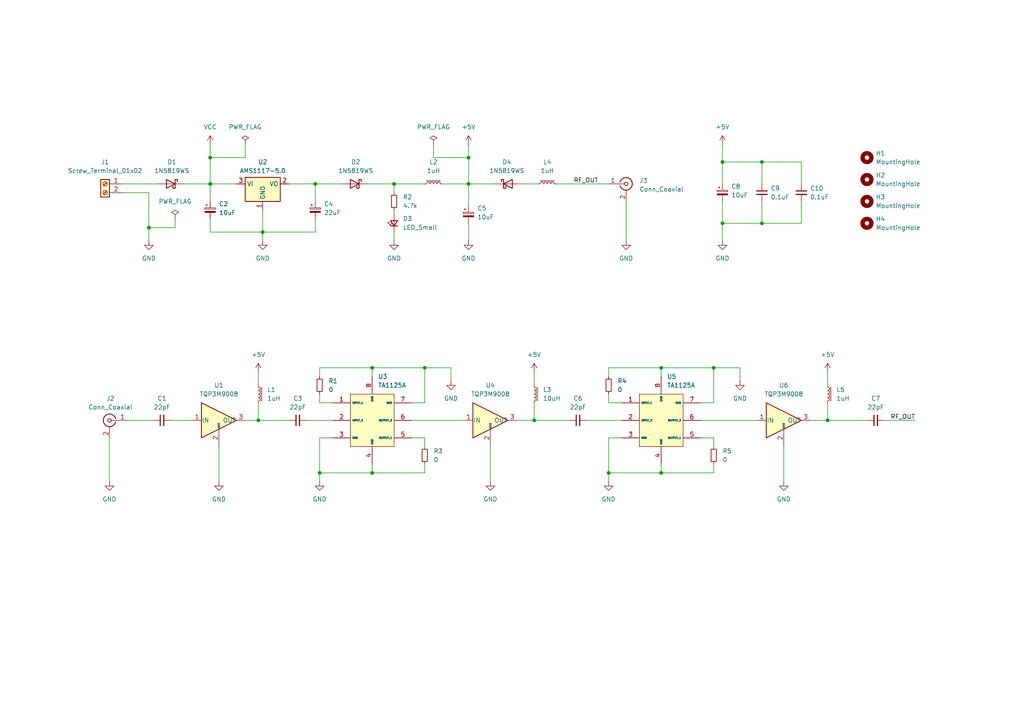
<source format=kicad_sch>
(kicad_sch (version 20231120) (generator "eeschema") (generator_version "8.0")
  (paper "A4")
  (lib_symbols
    (symbol "Connector:Conn_Coaxial" (pin_names (offset 1.016) hide)
      (property "Reference" "J" (at 0.254 3.048 0))
      (property "Value" "Conn_Coaxial" (at 2.921 0 90))
      (symbol "Conn_Coaxial_0_1"
        (arc (start -1.778 -0.508) (mid 0.2311 -1.8066) (end 1.778 0) (stroke (width 0.254)))
        (polyline (pts (xy -2.54 0) (xy -0.508 0)))
        (polyline (pts (xy 0 -2.54) (xy 0 -1.778)))
        (circle (center 0 0) (radius 0.508) (stroke (width 0.2032)))
        (arc (start 1.778 0) (mid 0.2099 1.8101) (end -1.778 0.508) (stroke (width 0.254)))
      )
      (symbol "Conn_Coaxial_1_1"
        (pin passive line (at -5.08 0 0) (length 2.54) (name "In") (number "1"))
        (pin passive line (at 0 -5.08 90) (length 2.54) (name "Ext") (number "2"))
      )
    )
    (symbol "Connector:Screw_Terminal_01x02" (pin_names (offset 1.016) hide)
      (property "Reference" "J" (at 0 2.54 0))
      (property "Value" "Screw_Terminal_01x02" (at 0 -5.08 0))
      (symbol "Screw_Terminal_01x02_1_1"
        (rectangle (start -1.27 1.27) (end 1.27 -3.81) (stroke (width 0.254)) (fill (type background)))
        (circle (center 0 -2.54) (radius 0.635) (stroke (width 0.1524)))
        (polyline (pts (xy -0.5334 -2.2098) (xy 0.3302 -3.048)) (stroke (width 0.1524)))
        (polyline (pts (xy -0.5334 0.3302) (xy 0.3302 -0.508)) (stroke (width 0.1524)))
        (polyline (pts (xy -0.3556 -2.032) (xy 0.508 -2.8702)) (stroke (width 0.1524)))
        (polyline (pts (xy -0.3556 0.508) (xy 0.508 -0.3302)) (stroke (width 0.1524)))
        (circle (center 0 0) (radius 0.635) (stroke (width 0.1524)))
        (pin passive line (at -5.08 0 0) (length 3.81) (name "Pin_1") (number "1"))
        (pin passive line (at -5.08 -2.54 0) (length 3.81) (name "Pin_2") (number "2"))
      )
    )
    (symbol "Device:C_Polarized_Small" (pin_numbers hide) (pin_names (offset 0.254) hide)
      (property "Reference" "C" (at 0.254 1.778 0))
      (property "Value" "C_Polarized_Small" (at 0.254 -2.032 0))
      (symbol "C_Polarized_Small_0_1"
        (rectangle (start -1.524 -0.3048) (end 1.524 -0.6858) (fill (type outline)))
        (rectangle (start -1.524 0.6858) (end 1.524 0.3048))
        (polyline (pts (xy -1.27 1.524) (xy -0.762 1.524)))
        (polyline (pts (xy -1.016 1.27) (xy -1.016 1.778)))
      )
      (symbol "C_Polarized_Small_1_1"
        (pin passive line (at 0 2.54 270) (length 1.8542) (name "~") (number "1"))
        (pin passive line (at 0 -2.54 90) (length 1.8542) (name "~") (number "2"))
      )
    )
    (symbol "Device:C_Small" (pin_numbers hide) (pin_names (offset 0.254) hide)
      (property "Reference" "C" (at 0.254 1.778 0))
      (property "Value" "C_Small" (at 0.254 -2.032 0))
      (symbol "C_Small_0_1"
        (polyline (pts (xy -1.524 -0.508) (xy 1.524 -0.508)) (stroke (width 0.3302)))
        (polyline (pts (xy -1.524 0.508) (xy 1.524 0.508)) (stroke (width 0.3048)))
      )
      (symbol "C_Small_1_1"
        (pin passive line (at 0 2.54 270) (length 2.032) (name "~") (number "1"))
        (pin passive line (at 0 -2.54 90) (length 2.032) (name "~") (number "2"))
      )
    )
    (symbol "Device:LED_Small" (pin_numbers hide) (pin_names (offset 0.254) hide)
      (property "Reference" "D" (at -1.27 3.175 0))
      (property "Value" "LED_Small" (at -4.445 -2.54 0))
      (symbol "LED_Small_0_1"
        (polyline (pts (xy -0.762 -1.016) (xy -0.762 1.016)) (stroke (width 0.254)))
        (polyline (pts (xy 1.016 0) (xy -0.762 0)))
        (polyline (pts (xy 0.762 -1.016) (xy -0.762 0) (xy 0.762 1.016) (xy 0.762 -1.016)) (stroke (width 0.254)))
        (polyline (pts (xy 0 0.762) (xy -0.508 1.27) (xy -0.254 1.27) (xy -0.508 1.27) (xy -0.508 1.016)))
        (polyline (pts (xy 0.508 1.27) (xy 0 1.778) (xy 0.254 1.778) (xy 0 1.778) (xy 0 1.524)))
      )
      (symbol "LED_Small_1_1"
        (pin passive line (at -2.54 0 0) (length 1.778) (name "K") (number "1"))
        (pin passive line (at 2.54 0 180) (length 1.778) (name "A") (number "2"))
      )
    )
    (symbol "Device:L_Ferrite_Small" (pin_numbers hide) (pin_names (offset 0.254) hide)
      (property "Reference" "L" (at 1.27 1.016 0))
      (property "Value" "L_Ferrite_Small" (at 1.27 -1.27 0))
      (symbol "L_Ferrite_Small_0_1"
        (arc (start 0 -2.032) (mid 0.5058 -1.524) (end 0 -1.016))
        (arc (start 0 -1.016) (mid 0.5058 -0.508) (end 0 0))
        (polyline (pts (xy 0.762 -1.905) (xy 0.762 -1.651)))
        (polyline (pts (xy 0.762 -1.397) (xy 0.762 -1.143)))
        (polyline (pts (xy 0.762 -0.889) (xy 0.762 -0.635)))
        (polyline (pts (xy 0.762 -0.381) (xy 0.762 -0.127)))
        (polyline (pts (xy 0.762 0.127) (xy 0.762 0.381)))
        (polyline (pts (xy 0.762 0.635) (xy 0.762 0.889)))
        (polyline (pts (xy 0.762 1.143) (xy 0.762 1.397)))
        (polyline (pts (xy 0.762 1.651) (xy 0.762 1.905)))
        (polyline (pts (xy 1.016 -1.651) (xy 1.016 -1.905)))
        (polyline (pts (xy 1.016 -1.143) (xy 1.016 -1.397)))
        (polyline (pts (xy 1.016 -0.635) (xy 1.016 -0.889)))
        (polyline (pts (xy 1.016 -0.127) (xy 1.016 -0.381)))
        (polyline (pts (xy 1.016 0.381) (xy 1.016 0.127)))
        (polyline (pts (xy 1.016 0.889) (xy 1.016 0.635)))
        (polyline (pts (xy 1.016 1.397) (xy 1.016 1.143)))
        (polyline (pts (xy 1.016 1.905) (xy 1.016 1.651)))
        (arc (start 0 0) (mid 0.5058 0.508) (end 0 1.016))
        (arc (start 0 1.016) (mid 0.5058 1.524) (end 0 2.032))
      )
      (symbol "L_Ferrite_Small_1_1"
        (pin passive line (at 0 2.54 270) (length 0.508) (name "~") (number "1"))
        (pin passive line (at 0 -2.54 90) (length 0.508) (name "~") (number "2"))
      )
    )
    (symbol "Device:R_Small" (pin_numbers hide) (pin_names (offset 0.254) hide)
      (property "Reference" "R" (at 0.762 0.508 0))
      (property "Value" "R_Small" (at 0.762 -1.016 0))
      (symbol "R_Small_0_1"
        (rectangle (start -0.762 1.778) (end 0.762 -1.778) (stroke (width 0.2032)))
      )
      (symbol "R_Small_1_1"
        (pin passive line (at 0 2.54 270) (length 0.762) (name "~") (number "1"))
        (pin passive line (at 0 -2.54 90) (length 0.762) (name "~") (number "2"))
      )
    )
    (symbol "Diode:1N5819WS" (pin_numbers hide) (pin_names (offset 1.016) hide)
      (property "Reference" "D" (at 0 2.54 0))
      (property "Value" "1N5819WS" (at 0 -2.54 0))
      (symbol "1N5819WS_0_1"
        (polyline (pts (xy 1.27 0) (xy -1.27 0)))
        (polyline (pts (xy 1.27 1.27) (xy 1.27 -1.27) (xy -1.27 0) (xy 1.27 1.27)) (stroke (width 0.254)))
        (polyline (pts (xy -1.905 0.635) (xy -1.905 1.27) (xy -1.27 1.27) (xy -1.27 -1.27) (xy -0.635 -1.27) (xy -0.635 -0.635)) (stroke (width 0.254)))
      )
      (symbol "1N5819WS_1_1"
        (pin passive line (at -3.81 0 0) (length 2.54) (name "K") (number "1"))
        (pin passive line (at 3.81 0 180) (length 2.54) (name "A") (number "2"))
      )
    )
    (symbol "LNA1690:TA1125A"
      (property "Reference" "U" (at 0 0 0))
      (property "Value" "TA1125A" (at 0 0 0))
      (symbol "TA1125A_1_1"
        (rectangle (start -6.35 7.62) (end 6.35 -7.62) (fill (type background)))
        (pin input line (at -11.43 5.08 0) (length 5.08) (name "INPUT_1") (number "1"))
        (pin input line (at -11.43 0 0) (length 5.08) (name "INPUT_2") (number "2"))
        (pin power_in line (at -11.43 -5.08 0) (length 5.08) (name "GND") (number "3"))
        (pin power_in line (at 0 -12.7 90) (length 5.08) (name "GND") (number "4"))
        (pin output line (at 11.43 -5.08 180) (length 5.08) (name "OUTPUT_1") (number "5"))
        (pin output line (at 11.43 0 180) (length 5.08) (name "OUTPUT_2") (number "6"))
        (pin power_in line (at 11.43 5.08 180) (length 5.08) (name "GND") (number "7"))
        (pin power_in line (at 0 12.7 270) (length 5.08) (name "GND") (number "8"))
      )
    )
    (symbol "LNA1690:TQP3M9008" (pin_names (offset 0.127))
      (property "Reference" "U" (at 1.27 6.35 0))
      (property "Value" "TQP3M9008" (at 1.27 3.81 0))
      (symbol "TQP3M9008_0_1"
        (polyline (pts (xy -5.08 5.08) (xy 5.08 0) (xy -5.08 -5.08) (xy -5.08 5.08)) (stroke (width 0.254)) (fill (type background)))
      )
      (symbol "TQP3M9008_1_1"
        (pin input line (at -7.62 0 0) (length 2.54) (name "IN") (number "1"))
        (pin power_in line (at 0 -7.62 90) (length 5.08) (name "GND") (number "2"))
        (pin output line (at 7.62 0 180) (length 2.54) (name "OUT") (number "3"))
      )
    )
    (symbol "Mechanical:MountingHole" (pin_names (offset 1.016)) (exclude_from_sim yes) (in_bom no)
      (property "Reference" "H" (at 0 5.08 0))
      (property "Value" "MountingHole" (at 0 3.175 0))
      (symbol "MountingHole_0_1"
        (circle (center 0 0) (radius 1.27) (stroke (width 1.27)))
      )
    )
    (symbol "Regulator_Linear:AMS1117-5.0"
      (property "Reference" "U" (at -3.81 3.175 0))
      (property "Value" "AMS1117-5.0" (at 0 3.175 0))
      (symbol "AMS1117-5.0_0_1"
        (rectangle (start -5.08 -5.08) (end 5.08 1.905) (stroke (width 0.254)) (fill (type background)))
      )
      (symbol "AMS1117-5.0_1_1"
        (pin power_in line (at 0 -7.62 90) (length 2.54) (name "GND") (number "1"))
        (pin power_out line (at 7.62 0 180) (length 2.54) (name "VO") (number "2"))
        (pin power_in line (at -7.62 0 0) (length 2.54) (name "VI") (number "3"))
      )
    )
    (symbol "power:+5V" (power) (pin_numbers hide) (pin_names (offset 0) hide)
      (property "Value" "+5V" (at 0 3.556 0))
      (symbol "+5V_0_1"
        (polyline (pts (xy -0.762 1.27) (xy 0 2.54)))
        (polyline (pts (xy 0 0) (xy 0 2.54)))
        (polyline (pts (xy 0 2.54) (xy 0.762 1.27)))
      )
      (symbol "+5V_1_1"
        (pin power_in line (at 0 0 90) (length 0) (name "~") (number "1"))
      )
    )
    (symbol "power:GND" (power) (pin_numbers hide) (pin_names (offset 0) hide)
      (property "Value" "GND" (at 0 -3.81 0))
      (symbol "GND_0_1"
        (polyline (pts (xy 0 0) (xy 0 -1.27) (xy 1.27 -1.27) (xy 0 -2.54) (xy -1.27 -1.27) (xy 0 -1.27)))
      )
      (symbol "GND_1_1"
        (pin power_in line (at 0 0 270) (length 0) (name "~") (number "1"))
      )
    )
    (symbol "power:PWR_FLAG" (power) (pin_numbers hide) (pin_names (offset 0) hide)
      (property "Value" "PWR_FLAG" (at 0 3.81 0))
      (symbol "PWR_FLAG_0_0"
        (pin power_out line (at 0 0 90) (length 0) (name "~") (number "1"))
      )
      (symbol "PWR_FLAG_0_1"
        (polyline (pts (xy 0 0) (xy 0 1.27) (xy -1.016 1.905) (xy 0 2.54) (xy 1.016 1.905) (xy 0 1.27)))
      )
    )
    (symbol "power:VCC" (power) (pin_numbers hide) (pin_names (offset 0) hide)
      (property "Value" "VCC" (at 0 3.556 0))
      (symbol "VCC_0_1"
        (polyline (pts (xy -0.762 1.27) (xy 0 2.54)))
        (polyline (pts (xy 0 0) (xy 0 2.54)))
        (polyline (pts (xy 0 2.54) (xy 0.762 1.27)))
      )
      (symbol "VCC_1_1"
        (pin power_in line (at 0 0 90) (length 0) (name "~") (number "1"))
      )
    )
  )
  (junction (at 240.03 121.92))
  (junction (at 76.2 67.31))
  (junction (at 209.55 46.99))
  (junction (at 176.53 137.16))
  (junction (at 107.95 106.68))
  (junction (at 74.93 121.92))
  (junction (at 191.77 137.16))
  (junction (at 154.94 121.92))
  (junction (at 60.96 45.72))
  (junction (at 220.98 46.99))
  (junction (at 135.89 45.72))
  (junction (at 91.44 53.34))
  (junction (at 92.71 137.16))
  (junction (at 123.19 106.68))
  (junction (at 114.3 53.34))
  (junction (at 43.18 66.04))
  (junction (at 135.89 53.34))
  (junction (at 209.55 64.77))
  (junction (at 191.77 106.68))
  (junction (at 107.95 137.16))
  (junction (at 220.98 64.77))
  (junction (at 207.01 106.68))
  (junction (at 60.96 53.34))
  (wire (pts (xy 43.18 55.88) (xy 43.18 66.04)))
  (wire (pts (xy 123.19 116.84) (xy 119.38 116.84)))
  (wire (pts (xy 128.27 53.34) (xy 135.89 53.34)))
  (wire (pts (xy 91.44 53.34) (xy 99.06 53.34)))
  (wire (pts (xy 240.03 121.92) (xy 251.46 121.92)))
  (wire (pts (xy 234.95 121.92) (xy 240.03 121.92)))
  (wire (pts (xy 207.01 106.68) (xy 214.63 106.68)))
  (wire (pts (xy 203.2 121.92) (xy 219.71 121.92)))
  (wire (pts (xy 240.03 116.84) (xy 240.03 121.92)))
  (wire (pts (xy 123.19 129.54) (xy 123.19 127)))
  (wire (pts (xy 207.01 134.62) (xy 207.01 137.16)))
  (wire (pts (xy 209.55 58.42) (xy 209.55 64.77)))
  (wire (pts (xy 207.01 129.54) (xy 207.01 127)))
  (wire (pts (xy 123.19 137.16) (xy 107.95 137.16)))
  (wire (pts (xy 60.96 45.72) (xy 60.96 53.34)))
  (wire (pts (xy 176.53 109.22) (xy 176.53 106.68)))
  (wire (pts (xy 92.71 127) (xy 92.71 137.16)))
  (wire (pts (xy 76.2 60.96) (xy 76.2 67.31)))
  (wire (pts (xy 60.96 41.91) (xy 60.96 45.72)))
  (wire (pts (xy 191.77 106.68) (xy 191.77 109.22)))
  (wire (pts (xy 135.89 45.72) (xy 135.89 53.34)))
  (wire (pts (xy 123.19 127) (xy 119.38 127)))
  (wire (pts (xy 180.34 127) (xy 176.53 127)))
  (wire (pts (xy 60.96 53.34) (xy 68.58 53.34)))
  (wire (pts (xy 123.19 106.68) (xy 123.19 116.84)))
  (wire (pts (xy 63.5 129.54) (xy 63.5 139.7)))
  (wire (pts (xy 60.96 45.72) (xy 71.12 45.72)))
  (wire (pts (xy 176.53 137.16) (xy 191.77 137.16)))
  (wire (pts (xy 130.81 106.68) (xy 130.81 110.49)))
  (wire (pts (xy 191.77 134.62) (xy 191.77 137.16)))
  (wire (pts (xy 151.13 53.34) (xy 156.21 53.34)))
  (wire (pts (xy 232.41 58.42) (xy 232.41 64.77)))
  (wire (pts (xy 43.18 66.04) (xy 43.18 69.85)))
  (wire (pts (xy 53.34 53.34) (xy 60.96 53.34)))
  (wire (pts (xy 176.53 114.3) (xy 176.53 116.84)))
  (wire (pts (xy 83.82 53.34) (xy 91.44 53.34)))
  (wire (pts (xy 220.98 64.77) (xy 232.41 64.77)))
  (wire (pts (xy 92.71 106.68) (xy 107.95 106.68)))
  (wire (pts (xy 106.68 53.34) (xy 114.3 53.34)))
  (wire (pts (xy 91.44 63.5) (xy 91.44 67.31)))
  (wire (pts (xy 209.55 64.77) (xy 220.98 64.77)))
  (wire (pts (xy 114.3 53.34) (xy 123.19 53.34)))
  (wire (pts (xy 232.41 46.99) (xy 232.41 53.34)))
  (wire (pts (xy 76.2 67.31) (xy 76.2 69.85)))
  (wire (pts (xy 149.86 121.92) (xy 154.94 121.92)))
  (wire (pts (xy 92.71 139.7) (xy 92.71 137.16)))
  (wire (pts (xy 74.93 121.92) (xy 83.82 121.92)))
  (wire (pts (xy 154.94 121.92) (xy 165.1 121.92)))
  (wire (pts (xy 220.98 46.99) (xy 232.41 46.99)))
  (wire (pts (xy 207.01 137.16) (xy 191.77 137.16)))
  (wire (pts (xy 60.96 53.34) (xy 60.96 58.42)))
  (wire (pts (xy 227.33 129.54) (xy 227.33 139.7)))
  (wire (pts (xy 119.38 121.92) (xy 134.62 121.92)))
  (wire (pts (xy 91.44 67.31) (xy 76.2 67.31)))
  (wire (pts (xy 176.53 106.68) (xy 191.77 106.68)))
  (wire (pts (xy 49.53 121.92) (xy 55.88 121.92)))
  (wire (pts (xy 114.3 67.31) (xy 114.3 69.85)))
  (wire (pts (xy 154.94 107.95) (xy 154.94 111.76)))
  (wire (pts (xy 125.73 41.91) (xy 125.73 45.72)))
  (wire (pts (xy 142.24 129.54) (xy 142.24 139.7)))
  (wire (pts (xy 91.44 53.34) (xy 91.44 58.42)))
  (wire (pts (xy 176.53 139.7) (xy 176.53 137.16)))
  (wire (pts (xy 96.52 127) (xy 92.71 127)))
  (wire (pts (xy 107.95 106.68) (xy 123.19 106.68)))
  (wire (pts (xy 107.95 106.68) (xy 107.95 109.22)))
  (wire (pts (xy 43.18 55.88) (xy 35.56 55.88)))
  (wire (pts (xy 123.19 106.68) (xy 130.81 106.68)))
  (wire (pts (xy 43.18 66.04) (xy 50.8 66.04)))
  (wire (pts (xy 36.83 121.92) (xy 44.45 121.92)))
  (wire (pts (xy 92.71 116.84) (xy 96.52 116.84)))
  (wire (pts (xy 240.03 107.95) (xy 240.03 111.76)))
  (wire (pts (xy 207.01 127) (xy 203.2 127)))
  (wire (pts (xy 220.98 58.42) (xy 220.98 64.77)))
  (wire (pts (xy 209.55 46.99) (xy 209.55 53.34)))
  (wire (pts (xy 214.63 106.68) (xy 214.63 110.49)))
  (wire (pts (xy 170.18 121.92) (xy 180.34 121.92)))
  (wire (pts (xy 135.89 41.91) (xy 135.89 45.72)))
  (wire (pts (xy 88.9 121.92) (xy 96.52 121.92)))
  (wire (pts (xy 207.01 106.68) (xy 207.01 116.84)))
  (wire (pts (xy 92.71 114.3) (xy 92.71 116.84)))
  (wire (pts (xy 256.54 121.92) (xy 265.43 121.92)))
  (wire (pts (xy 92.71 109.22) (xy 92.71 106.68)))
  (wire (pts (xy 209.55 64.77) (xy 209.55 69.85)))
  (wire (pts (xy 92.71 137.16) (xy 107.95 137.16)))
  (wire (pts (xy 176.53 116.84) (xy 180.34 116.84)))
  (wire (pts (xy 181.61 58.42) (xy 181.61 69.85)))
  (wire (pts (xy 74.93 107.95) (xy 74.93 111.76)))
  (wire (pts (xy 107.95 134.62) (xy 107.95 137.16)))
  (wire (pts (xy 114.3 53.34) (xy 114.3 55.88)))
  (wire (pts (xy 191.77 106.68) (xy 207.01 106.68)))
  (wire (pts (xy 161.29 53.34) (xy 176.53 53.34)))
  (wire (pts (xy 60.96 67.31) (xy 76.2 67.31)))
  (wire (pts (xy 220.98 46.99) (xy 220.98 53.34)))
  (wire (pts (xy 176.53 127) (xy 176.53 137.16)))
  (wire (pts (xy 154.94 116.84) (xy 154.94 121.92)))
  (wire (pts (xy 35.56 53.34) (xy 45.72 53.34)))
  (wire (pts (xy 207.01 116.84) (xy 203.2 116.84)))
  (wire (pts (xy 71.12 121.92) (xy 74.93 121.92)))
  (wire (pts (xy 135.89 53.34) (xy 135.89 59.69)))
  (wire (pts (xy 50.8 63.5) (xy 50.8 66.04)))
  (wire (pts (xy 71.12 41.91) (xy 71.12 45.72)))
  (wire (pts (xy 135.89 64.77) (xy 135.89 69.85)))
  (wire (pts (xy 60.96 63.5) (xy 60.96 67.31)))
  (wire (pts (xy 209.55 46.99) (xy 220.98 46.99)))
  (wire (pts (xy 31.75 127) (xy 31.75 139.7)))
  (wire (pts (xy 123.19 134.62) (xy 123.19 137.16)))
  (wire (pts (xy 209.55 41.91) (xy 209.55 46.99)))
  (wire (pts (xy 74.93 116.84) (xy 74.93 121.92)))
  (wire (pts (xy 135.89 45.72) (xy 125.73 45.72)))
  (wire (pts (xy 114.3 60.96) (xy 114.3 62.23)))
  (wire (pts (xy 135.89 53.34) (xy 143.51 53.34)))
  (label "RF_OUT" (at 265.43 121.92 180))
  (label "RF_OUT" (at 166.37 53.34 0))
  (symbol (lib_id "power:GND") (at 176.53 139.7 0) (unit 1)
    (property "Reference" "#PWR014" (effects (hide yes)))
    (property "Value" "GND" (at 176.53 144.78 0))
    (property "Description" "Power symbol creates a global label with name \"GND\" , ground" (effects (hide yes)))
  )
  (symbol (lib_id "LNA1690:TQP3M9008") (at 63.5 121.92 0) (unit 1)
    (property "Reference" "U1" (at 63.5 111.76 0))
    (property "Value" "TQP3M9008" (at 63.5 114.3 0))
    (property "Footprint" "Package_TO_SOT_SMD:SOT-89-3" (effects (hide yes)))
    (property "Datasheet" "https://www.analog.com/media/en/technical-documentation/data-sheets/ad817.pdf" (effects (hide yes)))
    (property "Description" "The TQP3M9008 is a cascadable, high linearity gain block amplifier in a low-cost surface-mount package." (effects (hide yes)))
  )
  (symbol (lib_id "Device:L_Ferrite_Small") (at 240.03 114.3 0) (unit 1)
    (property "Reference" "L5" (at 242.57 113.0299 0) (effects (justify left)))
    (property "Value" "1uH" (at 242.57 115.5699 0) (effects (justify left)))
    (property "Footprint" "Inductor_SMD:L_0603_1608Metric" (effects (hide yes)))
    (property "Description" "Inductor with ferrite core, small symbol" (effects (hide yes)))
  )
  (symbol (lib_id "Device:L_Ferrite_Small") (at 154.94 114.3 0) (unit 1)
    (property "Reference" "L3" (at 157.48 113.0299 0) (effects (justify left)))
    (property "Value" "10uH" (at 157.48 115.5699 0) (effects (justify left)))
    (property "Footprint" "Inductor_SMD:L_0603_1608Metric" (effects (hide yes)))
    (property "Description" "Inductor with ferrite core, small symbol" (effects (hide yes)))
  )
  (symbol (lib_id "power:GND") (at 135.89 69.85 0) (unit 1)
    (property "Reference" "#PWR011" (effects (hide yes)))
    (property "Value" "GND" (at 135.89 74.93 0))
    (property "Description" "Power symbol creates a global label with name \"GND\" , ground" (effects (hide yes)))
  )
  (symbol (lib_id "power:PWR_FLAG") (at 50.8 63.5 0) (unit 1)
    (property "Reference" "#FLG01" (effects (hide yes)))
    (property "Value" "PWR_FLAG" (at 50.8 58.42 0))
    (property "Description" "Special symbol for telling ERC where power comes from" (effects (hide yes)))
  )
  (symbol (lib_id "Device:R_Small") (at 92.71 111.76 0) (unit 1)
    (property "Reference" "R1" (at 95.25 110.4899 0) (effects (justify left)))
    (property "Value" "0" (at 95.25 113.0299 0) (effects (justify left)))
    (property "Footprint" "Resistor_SMD:R_0603_1608Metric" (effects (hide yes)))
    (property "Description" "Resistor, small symbol" (effects (hide yes)))
  )
  (symbol (lib_id "power:VCC") (at 60.96 41.91 0) (unit 1)
    (property "Reference" "#PWR03" (effects (hide yes)))
    (property "Value" "VCC" (at 60.96 36.83 0))
    (property "Description" "Power symbol creates a global label with name \"VCC\"" (effects (hide yes)))
  )
  (symbol (lib_id "power:GND") (at 63.5 139.7 0) (unit 1)
    (property "Reference" "#PWR04" (effects (hide yes)))
    (property "Value" "GND" (at 63.5 144.78 0))
    (property "Description" "Power symbol creates a global label with name \"GND\" , ground" (effects (hide yes)))
  )
  (symbol (lib_id "power:+5V") (at 74.93 107.95 0) (unit 1)
    (property "Reference" "#PWR05" (effects (hide yes)))
    (property "Value" "+5V" (at 74.93 102.87 0))
    (property "Description" "Power symbol creates a global label with name \"+5V\"" (effects (hide yes)))
  )
  (symbol (lib_id "Device:C_Small") (at 254 121.92 90) (unit 1)
    (property "Reference" "C7" (at 254.0063 115.57 90))
    (property "Value" "22pF" (at 254.0063 118.11 90))
    (property "Footprint" "Capacitor_SMD:C_0603_1608Metric" (effects (hide yes)))
    (property "Description" "Unpolarized capacitor, small symbol" (effects (hide yes)))
  )
  (symbol (lib_id "Device:R_Small") (at 114.3 58.42 0) (unit 1)
    (property "Reference" "R2" (at 116.84 57.1499 0) (effects (justify left)))
    (property "Value" "4.7k" (at 116.84 59.6899 0) (effects (justify left)))
    (property "Footprint" "Resistor_SMD:R_0603_1608Metric" (effects (hide yes)))
    (property "Description" "Resistor, small symbol" (effects (hide yes)))
  )
  (symbol (lib_id "Mechanical:MountingHole") (at 251.46 52.07 0) (unit 1) (exclude_from_sim yes) (in_bom no)
    (property "Reference" "H2" (at 254 50.7999 0) (effects (justify left)))
    (property "Value" "MountingHole" (at 254 53.3399 0) (effects (justify left)))
    (property "Footprint" "MountingHole:MountingHole_3.2mm_M3" (effects (hide yes)))
    (property "Description" "Mounting Hole without connection" (effects (hide yes)))
  )
  (symbol (lib_id "power:GND") (at 181.61 69.85 0) (unit 1)
    (property "Reference" "#PWR015" (effects (hide yes)))
    (property "Value" "GND" (at 181.61 74.93 0))
    (property "Description" "Power symbol creates a global label with name \"GND\" , ground" (effects (hide yes)))
  )
  (symbol (lib_id "Connector:Conn_Coaxial") (at 181.61 53.34 0) (unit 1)
    (property "Reference" "J3" (at 185.42 52.3631 0) (effects (justify left)))
    (property "Value" "Conn_Coaxial" (at 185.42 54.9031 0) (effects (justify left)))
    (property "Footprint" "Connector_Coaxial:SMA_Amphenol_901-144_Vertical" (effects (hide yes)))
    (property "Description" "coaxial connector (BNC, SMA, SMB, SMC, Cinch/RCA, LEMO, ...)" (effects (hide yes)))
  )
  (symbol (lib_id "Device:C_Small") (at 167.64 121.92 90) (unit 1)
    (property "Reference" "C6" (at 167.6463 115.57 90))
    (property "Value" "22pF" (at 167.6463 118.11 90))
    (property "Footprint" "Capacitor_SMD:C_0603_1608Metric" (effects (hide yes)))
    (property "Description" "Unpolarized capacitor, small symbol" (effects (hide yes)))
  )
  (symbol (lib_id "Diode:1N5819WS") (at 49.53 53.34 0) (mirror y) (unit 1)
    (property "Reference" "D1" (at 49.8475 46.99 0))
    (property "Value" "1N5819WS" (at 49.8475 49.53 0))
    (property "Footprint" "Diode_SMD:D_SOD-323" (effects (hide yes)))
    (property "Datasheet" "https://datasheet.lcsc.com/lcsc/2204281430_Guangdong-Hottech-1N5819WS_C191023.pdf" (effects (hide yes)))
    (property "Description" "40V 600mV@1A 1A SOD-323 Schottky Barrier Diodes, SOD-323" (effects (hide yes)))
  )
  (symbol (lib_id "LNA1690:TA1125A") (at 107.95 121.92 0) (unit 1)
    (property "Reference" "U3" (at 109.6202 109.22 0) (effects (justify left)))
    (property "Value" "TA1125A" (at 109.6202 111.76 0) (effects (justify left)))
    (property "Footprint" "Filter:Filter_SAW-8_3.8x3.8mm" (effects (hide yes)))
    (property "Datasheet" "https://www.golledge.com/media/2368/mp03287.pdf" (effects (hide yes)))
  )
  (symbol (lib_id "power:GND") (at 227.33 139.7 0) (unit 1)
    (property "Reference" "#PWR017" (effects (hide yes)))
    (property "Value" "GND" (at 227.33 144.78 0))
    (property "Description" "Power symbol creates a global label with name \"GND\" , ground" (effects (hide yes)))
  )
  (symbol (lib_id "power:GND") (at 214.63 110.49 0) (unit 1)
    (property "Reference" "#PWR016" (effects (hide yes)))
    (property "Value" "GND" (at 214.63 115.57 0))
    (property "Description" "Power symbol creates a global label with name \"GND\" , ground" (effects (hide yes)))
  )
  (symbol (lib_id "power:GND") (at 114.3 69.85 0) (unit 1)
    (property "Reference" "#PWR08" (effects (hide yes)))
    (property "Value" "GND" (at 114.3 74.93 0))
    (property "Description" "Power symbol creates a global label with name \"GND\" , ground" (effects (hide yes)))
  )
  (symbol (lib_id "power:GND") (at 130.81 110.49 0) (unit 1)
    (property "Reference" "#PWR09" (effects (hide yes)))
    (property "Value" "GND" (at 130.81 115.57 0))
    (property "Description" "Power symbol creates a global label with name \"GND\" , ground" (effects (hide yes)))
  )
  (symbol (lib_id "Diode:1N5819WS") (at 102.87 53.34 0) (mirror y) (unit 1)
    (property "Reference" "D2" (at 103.1875 46.99 0))
    (property "Value" "1N5819WS" (at 103.1875 49.53 0))
    (property "Footprint" "Diode_SMD:D_SOD-323" (effects (hide yes)))
    (property "Datasheet" "https://datasheet.lcsc.com/lcsc/2204281430_Guangdong-Hottech-1N5819WS_C191023.pdf" (effects (hide yes)))
    (property "Description" "40V 600mV@1A 1A SOD-323 Schottky Barrier Diodes, SOD-323" (effects (hide yes)))
  )
  (symbol (lib_id "Device:L_Ferrite_Small") (at 125.73 53.34 90) (unit 1)
    (property "Reference" "L2" (at 125.73 46.99 90))
    (property "Value" "1uH" (at 125.73 49.53 90))
    (property "Footprint" "Inductor_SMD:L_0603_1608Metric" (effects (hide yes)))
    (property "Description" "Inductor with ferrite core, small symbol" (effects (hide yes)))
  )
  (symbol (lib_id "LNA1690:TA1125A") (at 191.77 121.92 0) (unit 1)
    (property "Reference" "U5" (at 193.4402 109.22 0) (effects (justify left)))
    (property "Value" "TA1125A" (at 193.4402 111.76 0) (effects (justify left)))
    (property "Footprint" "Filter:Filter_SAW-8_3.8x3.8mm" (effects (hide yes)))
    (property "Datasheet" "https://www.golledge.com/media/2368/mp03287.pdf" (effects (hide yes)))
  )
  (symbol (lib_id "power:PWR_FLAG") (at 71.12 41.91 0) (unit 1)
    (property "Reference" "#FLG02" (effects (hide yes)))
    (property "Value" "PWR_FLAG" (at 71.12 36.83 0))
    (property "Description" "Special symbol for telling ERC where power comes from" (effects (hide yes)))
  )
  (symbol (lib_id "power:+5V") (at 240.03 107.95 0) (unit 1)
    (property "Reference" "#PWR018" (effects (hide yes)))
    (property "Value" "+5V" (at 240.03 102.87 0))
    (property "Description" "Power symbol creates a global label with name \"+5V\"" (effects (hide yes)))
  )
  (symbol (lib_id "Mechanical:MountingHole") (at 251.46 64.77 0) (unit 1) (exclude_from_sim yes) (in_bom no)
    (property "Reference" "H4" (at 254 63.4999 0) (effects (justify left)))
    (property "Value" "MountingHole" (at 254 66.0399 0) (effects (justify left)))
    (property "Footprint" "MountingHole:MountingHole_3.2mm_M3" (effects (hide yes)))
    (property "Description" "Mounting Hole without connection" (effects (hide yes)))
  )
  (symbol (lib_id "LNA1690:TQP3M9008") (at 142.24 121.92 0) (unit 1)
    (property "Reference" "U4" (at 142.24 111.76 0))
    (property "Value" "TQP3M9008" (at 142.24 114.3 0))
    (property "Footprint" "Package_TO_SOT_SMD:SOT-89-3" (effects (hide yes)))
    (property "Datasheet" "https://www.analog.com/media/en/technical-documentation/data-sheets/ad817.pdf" (effects (hide yes)))
    (property "Description" "The TQP3M9008 is a cascadable, high linearity gain block amplifier in a low-cost surface-mount package." (effects (hide yes)))
  )
  (symbol (lib_id "Device:C_Small") (at 86.36 121.92 90) (unit 1)
    (property "Reference" "C3" (at 86.3663 115.57 90))
    (property "Value" "22pF" (at 86.3663 118.11 90))
    (property "Footprint" "Capacitor_SMD:C_0603_1608Metric" (effects (hide yes)))
    (property "Description" "Unpolarized capacitor, small symbol" (effects (hide yes)))
  )
  (symbol (lib_id "power:GND") (at 43.18 69.85 0) (unit 1)
    (property "Reference" "#PWR02" (effects (hide yes)))
    (property "Value" "GND" (at 43.18 74.93 0))
    (property "Description" "Power symbol creates a global label with name \"GND\" , ground" (effects (hide yes)))
  )
  (symbol (lib_id "Device:L_Ferrite_Small") (at 158.75 53.34 90) (unit 1)
    (property "Reference" "L4" (at 158.75 46.99 90))
    (property "Value" "1uH" (at 158.75 49.53 90))
    (property "Footprint" "Inductor_SMD:L_0603_1608Metric" (effects (hide yes)))
    (property "Description" "Inductor with ferrite core, small symbol" (effects (hide yes)))
  )
  (symbol (lib_id "Mechanical:MountingHole") (at 251.46 45.72 0) (unit 1) (exclude_from_sim yes) (in_bom no)
    (property "Reference" "H1" (at 254 44.4499 0) (effects (justify left)))
    (property "Value" "MountingHole" (at 254 46.9899 0) (effects (justify left)))
    (property "Footprint" "MountingHole:MountingHole_3.2mm_M3" (effects (hide yes)))
    (property "Description" "Mounting Hole without connection" (effects (hide yes)))
  )
  (symbol (lib_id "power:GND") (at 142.24 139.7 0) (unit 1)
    (property "Reference" "#PWR012" (effects (hide yes)))
    (property "Value" "GND" (at 142.24 144.78 0))
    (property "Description" "Power symbol creates a global label with name \"GND\" , ground" (effects (hide yes)))
  )
  (symbol (lib_id "Device:C_Polarized_Small") (at 91.44 60.96 0) (unit 1)
    (property "Reference" "C4" (at 93.98 59.1438 0) (effects (justify left)))
    (property "Value" "22uF" (at 93.98 61.6838 0) (effects (justify left)))
    (property "Footprint" "Capacitor_Tantalum_SMD:CP_EIA-3528-12_Kemet-T" (effects (hide yes)))
    (property "Description" "Polarized capacitor, small symbol" (effects (hide yes)))
  )
  (symbol (lib_id "Connector:Conn_Coaxial") (at 31.75 121.92 0) (mirror y) (unit 1)
    (property "Reference" "J2" (at 32.0674 115.57 0))
    (property "Value" "Conn_Coaxial" (at 32.0674 118.11 0))
    (property "Footprint" "Connector_Coaxial:SMA_Amphenol_901-144_Vertical" (effects (hide yes)))
    (property "Description" "coaxial connector (BNC, SMA, SMB, SMC, Cinch/RCA, LEMO, ...)" (effects (hide yes)))
  )
  (symbol (lib_id "LNA1690:TQP3M9008") (at 227.33 121.92 0) (unit 1)
    (property "Reference" "U6" (at 227.33 111.76 0))
    (property "Value" "TQP3M9008" (at 227.33 114.3 0))
    (property "Footprint" "Package_TO_SOT_SMD:SOT-89-3" (effects (hide yes)))
    (property "Datasheet" "https://www.analog.com/media/en/technical-documentation/data-sheets/ad817.pdf" (effects (hide yes)))
    (property "Description" "The TQP3M9008 is a cascadable, high linearity gain block amplifier in a low-cost surface-mount package." (effects (hide yes)))
  )
  (symbol (lib_id "power:+5V") (at 135.89 41.91 0) (unit 1)
    (property "Reference" "#PWR010" (effects (hide yes)))
    (property "Value" "+5V" (at 135.89 36.83 0))
    (property "Description" "Power symbol creates a global label with name \"+5V\"" (effects (hide yes)))
  )
  (symbol (lib_id "Device:R_Small") (at 176.53 111.76 0) (unit 1)
    (property "Reference" "R4" (at 179.07 110.4899 0) (effects (justify left)))
    (property "Value" "0" (at 179.07 113.0299 0) (effects (justify left)))
    (property "Footprint" "Resistor_SMD:R_0603_1608Metric" (effects (hide yes)))
    (property "Description" "Resistor, small symbol" (effects (hide yes)))
  )
  (symbol (lib_id "Device:C_Polarized_Small") (at 209.55 55.88 0) (unit 1)
    (property "Reference" "C8" (at 212.09 54.0638 0) (effects (justify left)))
    (property "Value" "10uF" (at 212.09 56.6038 0) (effects (justify left)))
    (property "Footprint" "Capacitor_Tantalum_SMD:CP_EIA-3528-12_Kemet-T" (effects (hide yes)))
    (property "Description" "Polarized capacitor, small symbol" (effects (hide yes)))
  )
  (symbol (lib_id "Diode:1N5819WS") (at 147.32 53.34 0) (unit 1)
    (property "Reference" "D4" (at 147.0025 46.99 0))
    (property "Value" "1N5819WS" (at 147.0025 49.53 0))
    (property "Footprint" "Diode_SMD:D_SOD-323" (effects (hide yes)))
    (property "Datasheet" "https://datasheet.lcsc.com/lcsc/2204281430_Guangdong-Hottech-1N5819WS_C191023.pdf" (effects (hide yes)))
    (property "Description" "40V 600mV@1A 1A SOD-323 Schottky Barrier Diodes, SOD-323" (effects (hide yes)))
  )
  (symbol (lib_id "power:GND") (at 31.75 139.7 0) (unit 1)
    (property "Reference" "#PWR01" (effects (hide yes)))
    (property "Value" "GND" (at 31.75 144.78 0))
    (property "Description" "Power symbol creates a global label with name \"GND\" , ground" (effects (hide yes)))
  )
  (symbol (lib_id "Device:C_Small") (at 232.41 55.88 0) (unit 1)
    (property "Reference" "C10" (at 234.95 54.6162 0) (effects (justify left)))
    (property "Value" "0.1uF" (at 234.95 57.1562 0) (effects (justify left)))
    (property "Footprint" "Capacitor_SMD:C_0603_1608Metric" (effects (hide yes)))
    (property "Description" "Unpolarized capacitor, small symbol" (effects (hide yes)))
  )
  (symbol (lib_id "Device:C_Small") (at 220.98 55.88 0) (unit 1)
    (property "Reference" "C9" (at 223.52 54.6162 0) (effects (justify left)))
    (property "Value" "0.1uF" (at 223.52 57.1562 0) (effects (justify left)))
    (property "Footprint" "Capacitor_SMD:C_0603_1608Metric" (effects (hide yes)))
    (property "Description" "Unpolarized capacitor, small symbol" (effects (hide yes)))
  )
  (symbol (lib_id "power:GND") (at 209.55 69.85 0) (unit 1)
    (property "Reference" "#PWR020" (effects (hide yes)))
    (property "Value" "GND" (at 209.55 74.93 0))
    (property "Description" "Power symbol creates a global label with name \"GND\" , ground" (effects (hide yes)))
  )
  (symbol (lib_id "Connector:Screw_Terminal_01x02") (at 30.48 53.34 0) (mirror y) (unit 1)
    (property "Reference" "J1" (at 30.48 46.99 0))
    (property "Value" "Screw_Terminal_01x02" (at 30.48 49.53 0))
    (property "Footprint" "TerminalBlock:TerminalBlock_bornier-2_P5.08mm" (effects (hide yes)))
    (property "Description" "Generic screw terminal, single row, 01x02, script generated (kicad-library-utils/schlib/autogen/connector/)" (effects (hide yes)))
  )
  (symbol (lib_id "Regulator_Linear:AMS1117-5.0") (at 76.2 53.34 0) (unit 1)
    (property "Reference" "U2" (at 76.2 46.99 0))
    (property "Value" "AMS1117-5.0" (at 76.2 49.53 0))
    (property "Footprint" "Package_TO_SOT_SMD:SOT-223-3_TabPin2" (effects (hide yes)))
    (property "Datasheet" "http://www.advanced-monolithic.com/pdf/ds1117.pdf" (effects (hide yes)))
    (property "Description" "1A Low Dropout regulator, positive, 5.0V fixed output, SOT-223" (effects (hide yes)))
  )
  (symbol (lib_id "power:+5V") (at 209.55 41.91 0) (unit 1)
    (property "Reference" "#PWR019" (effects (hide yes)))
    (property "Value" "+5V" (at 209.55 36.83 0))
    (property "Description" "Power symbol creates a global label with name \"+5V\"" (effects (hide yes)))
  )
  (symbol (lib_id "power:PWR_FLAG") (at 125.73 41.91 0) (mirror y) (unit 1)
    (property "Reference" "#FLG03" (effects (hide yes)))
    (property "Value" "PWR_FLAG" (at 125.73 36.83 0))
    (property "Description" "Special symbol for telling ERC where power comes from" (effects (hide yes)))
  )
  (symbol (lib_id "Device:C_Small") (at 46.99 121.92 90) (unit 1)
    (property "Reference" "C1" (at 46.9963 115.57 90))
    (property "Value" "22pF" (at 46.9963 118.11 90))
    (property "Footprint" "Capacitor_SMD:C_0603_1608Metric" (effects (hide yes)))
    (property "Description" "Unpolarized capacitor, small symbol" (effects (hide yes)))
  )
  (symbol (lib_id "power:GND") (at 76.2 69.85 0) (unit 1)
    (property "Reference" "#PWR06" (effects (hide yes)))
    (property "Value" "GND" (at 76.2 74.93 0))
    (property "Description" "Power symbol creates a global label with name \"GND\" , ground" (effects (hide yes)))
  )
  (symbol (lib_id "power:+5V") (at 154.94 107.95 0) (unit 1)
    (property "Reference" "#PWR013" (effects (hide yes)))
    (property "Value" "+5V" (at 154.94 102.87 0))
    (property "Description" "Power symbol creates a global label with name \"+5V\"" (effects (hide yes)))
  )
  (symbol (lib_id "power:GND") (at 92.71 139.7 0) (unit 1)
    (property "Reference" "#PWR07" (effects (hide yes)))
    (property "Value" "GND" (at 92.71 144.78 0))
    (property "Description" "Power symbol creates a global label with name \"GND\" , ground" (effects (hide yes)))
  )
  (symbol (lib_id "Mechanical:MountingHole") (at 251.46 58.42 0) (unit 1) (exclude_from_sim yes) (in_bom no)
    (property "Reference" "H3" (at 254 57.1499 0) (effects (justify left)))
    (property "Value" "MountingHole" (at 254 59.6899 0) (effects (justify left)))
    (property "Footprint" "MountingHole:MountingHole_3.2mm_M3" (effects (hide yes)))
    (property "Description" "Mounting Hole without connection" (effects (hide yes)))
  )
  (symbol (lib_id "Device:C_Polarized_Small") (at 135.89 62.23 0) (unit 1)
    (property "Reference" "C5" (at 138.43 60.4138 0) (effects (justify left)))
    (property "Value" "10uF" (at 138.43 62.9538 0) (effects (justify left)))
    (property "Footprint" "Capacitor_Tantalum_SMD:CP_EIA-3528-12_Kemet-T" (effects (hide yes)))
    (property "Description" "Polarized capacitor, small symbol" (effects (hide yes)))
  )
  (symbol (lib_id "Device:R_Small") (at 123.19 132.08 0) (unit 1)
    (property "Reference" "R3" (at 125.73 130.8099 0) (effects (justify left)))
    (property "Value" "0" (at 125.73 133.3499 0) (effects (justify left)))
    (property "Footprint" "Resistor_SMD:R_0603_1608Metric" (effects (hide yes)))
    (property "Description" "Resistor, small symbol" (effects (hide yes)))
  )
  (symbol (lib_id "Device:L_Ferrite_Small") (at 74.93 114.3 0) (unit 1)
    (property "Reference" "L1" (at 77.47 113.0299 0) (effects (justify left)))
    (property "Value" "1uH" (at 77.47 115.5699 0) (effects (justify left)))
    (property "Footprint" "Inductor_SMD:L_0603_1608Metric" (effects (hide yes)))
    (property "Description" "Inductor with ferrite core, small symbol" (effects (hide yes)))
  )
  (symbol (lib_id "Device:C_Polarized_Small") (at 60.96 60.96 0) (unit 1)
    (property "Reference" "C2" (at 63.5 59.1438 0) (effects (justify left)))
    (property "Value" "10uF" (at 63.5 61.6838 0) (effects (justify left)))
    (property "Footprint" "Capacitor_Tantalum_SMD:CP_EIA-3528-12_Kemet-T" (effects (hide yes)))
    (property "Description" "Polarized capacitor, small symbol" (effects (hide yes)))
  )
  (symbol (lib_id "Device:R_Small") (at 207.01 132.08 0) (unit 1)
    (property "Reference" "R5" (at 209.55 130.8099 0) (effects (justify left)))
    (property "Value" "0" (at 209.55 133.3499 0) (effects (justify left)))
    (property "Footprint" "Resistor_SMD:R_0603_1608Metric" (effects (hide yes)))
    (property "Description" "Resistor, small symbol" (effects (hide yes)))
  )
  (symbol (lib_id "Device:LED_Small") (at 114.3 64.77 90) (unit 1)
    (property "Reference" "D3" (at 116.84 63.4364 90) (effects (justify right)))
    (property "Value" "LED_Small" (at 116.84 65.9764 90) (effects (justify right)))
    (property "Footprint" "LED_SMD:LED_0603_1608Metric" (effects (hide yes)))
    (property "Description" "Light emitting diode, small symbol" (effects (hide yes)))
  )
)
</source>
